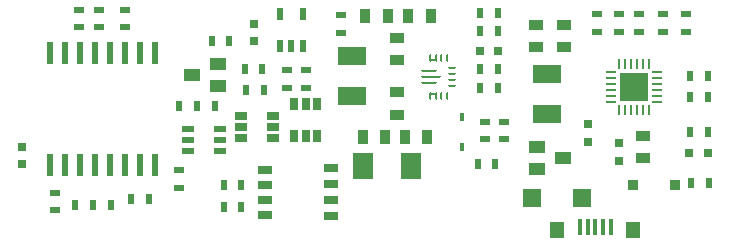
<source format=gtp>
G04 Layer_Color=8421504*
%FSAX25Y25*%
%MOIN*%
G70*
G01*
G75*
%ADD10R,0.03150X0.03150*%
%ADD11R,0.04724X0.05512*%
%ADD13R,0.01575X0.05512*%
%ADD14R,0.02362X0.03937*%
%ADD15R,0.02362X0.07480*%
G04:AMPARAMS|DCode=16|XSize=9.84mil|YSize=23.62mil|CornerRadius=2.46mil|HoleSize=0mil|Usage=FLASHONLY|Rotation=270.000|XOffset=0mil|YOffset=0mil|HoleType=Round|Shape=RoundedRectangle|*
%AMROUNDEDRECTD16*
21,1,0.00984,0.01870,0,0,270.0*
21,1,0.00492,0.02362,0,0,270.0*
1,1,0.00492,-0.00935,-0.00246*
1,1,0.00492,-0.00935,0.00246*
1,1,0.00492,0.00935,0.00246*
1,1,0.00492,0.00935,-0.00246*
%
%ADD16ROUNDEDRECTD16*%
G04:AMPARAMS|DCode=17|XSize=9.84mil|YSize=23.62mil|CornerRadius=2.46mil|HoleSize=0mil|Usage=FLASHONLY|Rotation=180.000|XOffset=0mil|YOffset=0mil|HoleType=Round|Shape=RoundedRectangle|*
%AMROUNDEDRECTD17*
21,1,0.00984,0.01870,0,0,180.0*
21,1,0.00492,0.02362,0,0,180.0*
1,1,0.00492,-0.00246,0.00935*
1,1,0.00492,0.00246,0.00935*
1,1,0.00492,0.00246,-0.00935*
1,1,0.00492,-0.00246,-0.00935*
%
%ADD17ROUNDEDRECTD17*%
G04:AMPARAMS|DCode=18|XSize=9.84mil|YSize=53.15mil|CornerRadius=2.46mil|HoleSize=0mil|Usage=FLASHONLY|Rotation=270.000|XOffset=0mil|YOffset=0mil|HoleType=Round|Shape=RoundedRectangle|*
%AMROUNDEDRECTD18*
21,1,0.00984,0.04823,0,0,270.0*
21,1,0.00492,0.05315,0,0,270.0*
1,1,0.00492,-0.02411,-0.00246*
1,1,0.00492,-0.02411,0.00246*
1,1,0.00492,0.02411,0.00246*
1,1,0.00492,0.02411,-0.00246*
%
%ADD18ROUNDEDRECTD18*%
G04:AMPARAMS|DCode=19|XSize=9.84mil|YSize=66.93mil|CornerRadius=2.46mil|HoleSize=0mil|Usage=FLASHONLY|Rotation=270.000|XOffset=0mil|YOffset=0mil|HoleType=Round|Shape=RoundedRectangle|*
%AMROUNDEDRECTD19*
21,1,0.00984,0.06201,0,0,270.0*
21,1,0.00492,0.06693,0,0,270.0*
1,1,0.00492,-0.03100,-0.00246*
1,1,0.00492,-0.03100,0.00246*
1,1,0.00492,0.03100,0.00246*
1,1,0.00492,0.03100,-0.00246*
%
%ADD19ROUNDEDRECTD19*%
G04:AMPARAMS|DCode=20|XSize=9.84mil|YSize=27.56mil|CornerRadius=2.46mil|HoleSize=0mil|Usage=FLASHONLY|Rotation=270.000|XOffset=0mil|YOffset=0mil|HoleType=Round|Shape=RoundedRectangle|*
%AMROUNDEDRECTD20*
21,1,0.00984,0.02264,0,0,270.0*
21,1,0.00492,0.02756,0,0,270.0*
1,1,0.00492,-0.01132,-0.00246*
1,1,0.00492,-0.01132,0.00246*
1,1,0.00492,0.01132,0.00246*
1,1,0.00492,0.01132,-0.00246*
%
%ADD20ROUNDEDRECTD20*%
%ADD21R,0.05512X0.03937*%
%ADD22R,0.04724X0.02559*%
%ADD23R,0.02362X0.03543*%
%ADD24R,0.03543X0.02362*%
%ADD25R,0.09449X0.06299*%
%ADD26R,0.01772X0.02756*%
%ADD27R,0.03150X0.03150*%
%ADD28R,0.05118X0.03543*%
%ADD29R,0.03543X0.05118*%
%ADD30R,0.07008X0.08504*%
%ADD31R,0.03543X0.03740*%
%ADD32R,0.03937X0.02756*%
%ADD33R,0.02756X0.03937*%
%ADD34R,0.04331X0.02362*%
%ADD35R,0.06299X0.05906*%
%ADD36O,0.03543X0.00984*%
%ADD37O,0.00984X0.03543*%
%ADD38R,0.09449X0.09449*%
D10*
X0480555Y0328984D02*
D03*
Y0323079D02*
D03*
X0369138Y0362449D02*
D03*
Y0356543D02*
D03*
X0490791Y0322685D02*
D03*
Y0316779D02*
D03*
X0291972Y0315598D02*
D03*
Y0321504D02*
D03*
D11*
X0470402Y0293724D02*
D03*
X0495598D02*
D03*
D13*
X0477882Y0294610D02*
D03*
X0485559D02*
D03*
X0488118D02*
D03*
X0483000D02*
D03*
X0480441D02*
D03*
D14*
X0377996Y0354870D02*
D03*
X0381736D02*
D03*
X0385476D02*
D03*
Y0365697D02*
D03*
X0377996D02*
D03*
D15*
X0336244Y0352606D02*
D03*
X0331244D02*
D03*
X0326244D02*
D03*
X0321244D02*
D03*
X0316244D02*
D03*
X0311244D02*
D03*
X0306244D02*
D03*
X0301244D02*
D03*
X0336244Y0315205D02*
D03*
X0331244D02*
D03*
X0326244D02*
D03*
X0321244D02*
D03*
X0316244D02*
D03*
X0311244D02*
D03*
X0306244D02*
D03*
X0301244D02*
D03*
D16*
X0435280Y0341779D02*
D03*
Y0343748D02*
D03*
Y0345717D02*
D03*
Y0347685D02*
D03*
D17*
X0433705Y0351031D02*
D03*
X0431736D02*
D03*
X0429768D02*
D03*
X0427799D02*
D03*
Y0338433D02*
D03*
X0429768D02*
D03*
X0431736D02*
D03*
X0433705D02*
D03*
D18*
X0427701Y0346701D02*
D03*
Y0342764D02*
D03*
D19*
X0428390Y0344732D02*
D03*
D20*
X0428784Y0339122D02*
D03*
Y0350342D02*
D03*
D21*
X0348665Y0345323D02*
D03*
X0357327Y0349063D02*
D03*
Y0341583D02*
D03*
X0472287Y0317764D02*
D03*
X0463626Y0314024D02*
D03*
Y0321504D02*
D03*
D22*
X0372841Y0313860D02*
D03*
Y0308859D02*
D03*
Y0303859D02*
D03*
Y0298860D02*
D03*
X0394963Y0298460D02*
D03*
Y0303760D02*
D03*
Y0308960D02*
D03*
Y0314260D02*
D03*
D23*
X0365004Y0301228D02*
D03*
X0359098D02*
D03*
X0334295Y0303984D02*
D03*
X0328390D02*
D03*
X0361067Y0356740D02*
D03*
X0355161D02*
D03*
X0366579Y0340500D02*
D03*
X0372484D02*
D03*
X0372091Y0347291D02*
D03*
X0366185D02*
D03*
X0359098Y0308709D02*
D03*
X0365004D02*
D03*
X0443835Y0315661D02*
D03*
X0449740D02*
D03*
X0520539Y0344894D02*
D03*
X0514634D02*
D03*
X0450437Y0347291D02*
D03*
X0444531D02*
D03*
X0450437Y0340992D02*
D03*
X0444531D02*
D03*
X0450437Y0359890D02*
D03*
X0444531D02*
D03*
X0450437Y0366189D02*
D03*
X0444531D02*
D03*
X0520539Y0338000D02*
D03*
X0514634D02*
D03*
X0520516Y0326425D02*
D03*
X0514610D02*
D03*
X0350240Y0335087D02*
D03*
X0356146D02*
D03*
X0344335D02*
D03*
X0315595Y0302016D02*
D03*
X0321500D02*
D03*
X0309689D02*
D03*
X0515004Y0309496D02*
D03*
X0520909D02*
D03*
D24*
X0380161Y0347094D02*
D03*
Y0341189D02*
D03*
X0398272Y0365205D02*
D03*
Y0359299D02*
D03*
X0302996Y0306150D02*
D03*
Y0300244D02*
D03*
X0310870Y0361268D02*
D03*
Y0367173D02*
D03*
X0317563Y0361268D02*
D03*
Y0367173D02*
D03*
X0483705Y0359693D02*
D03*
Y0365598D02*
D03*
X0505752Y0365598D02*
D03*
Y0359693D02*
D03*
X0452606Y0323953D02*
D03*
Y0329858D02*
D03*
X0497484Y0365598D02*
D03*
Y0359693D02*
D03*
X0490791Y0359693D02*
D03*
Y0365598D02*
D03*
X0513232Y0359693D02*
D03*
Y0365598D02*
D03*
X0446106Y0329858D02*
D03*
Y0323953D02*
D03*
X0326224Y0367173D02*
D03*
Y0361268D02*
D03*
X0386461Y0347094D02*
D03*
Y0341189D02*
D03*
X0344335Y0307724D02*
D03*
Y0313630D02*
D03*
D25*
X0401815Y0351622D02*
D03*
Y0338236D02*
D03*
X0466776Y0332331D02*
D03*
Y0345717D02*
D03*
D26*
X0438606Y0331327D02*
D03*
Y0321484D02*
D03*
D27*
X0520713Y0319339D02*
D03*
X0514413D02*
D03*
X0450559Y0353502D02*
D03*
X0444654D02*
D03*
D28*
X0416776Y0350244D02*
D03*
Y0357724D02*
D03*
Y0339614D02*
D03*
Y0332134D02*
D03*
X0463232Y0354575D02*
D03*
Y0362055D02*
D03*
X0472681Y0354575D02*
D03*
Y0362055D02*
D03*
X0499059Y0325047D02*
D03*
Y0317567D02*
D03*
D29*
X0406343Y0365008D02*
D03*
X0413823D02*
D03*
X0428193D02*
D03*
X0420713D02*
D03*
X0427012Y0324850D02*
D03*
X0419531D02*
D03*
X0405555D02*
D03*
X0413035D02*
D03*
D30*
X0405752Y0315008D02*
D03*
X0421500D02*
D03*
D31*
X0495713Y0308709D02*
D03*
X0509492D02*
D03*
D32*
X0364906Y0331740D02*
D03*
Y0328000D02*
D03*
Y0324260D02*
D03*
X0375732D02*
D03*
Y0328000D02*
D03*
Y0331740D02*
D03*
D33*
X0390201Y0335776D02*
D03*
X0386461D02*
D03*
X0382720D02*
D03*
Y0324949D02*
D03*
X0386461D02*
D03*
X0390201D02*
D03*
D34*
X0347287Y0327410D02*
D03*
Y0323669D02*
D03*
Y0319929D02*
D03*
X0357917D02*
D03*
Y0323669D02*
D03*
Y0327410D02*
D03*
D35*
X0461953Y0304378D02*
D03*
X0478685D02*
D03*
D36*
X0503488Y0336465D02*
D03*
Y0338433D02*
D03*
Y0340402D02*
D03*
Y0342370D02*
D03*
Y0344339D02*
D03*
Y0346307D02*
D03*
X0488331D02*
D03*
Y0344339D02*
D03*
Y0342370D02*
D03*
Y0340402D02*
D03*
Y0338433D02*
D03*
Y0336465D02*
D03*
D37*
X0500831Y0348965D02*
D03*
X0498862D02*
D03*
X0496894D02*
D03*
X0494925D02*
D03*
X0492957D02*
D03*
X0490988D02*
D03*
Y0333807D02*
D03*
X0492957D02*
D03*
X0494925D02*
D03*
X0496894D02*
D03*
X0498862D02*
D03*
X0500831D02*
D03*
D38*
X0495910Y0341386D02*
D03*
M02*

</source>
